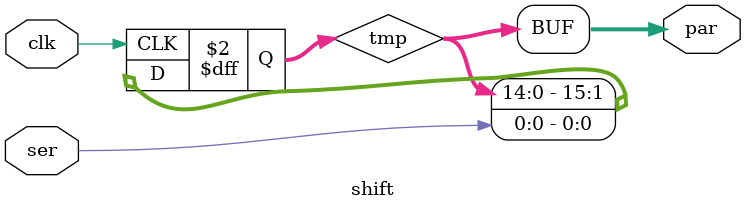
<source format=v>
module shift(clk, ser, par);
input clk, ser;
output [15:0] par;
reg [15:0] tmp;

assign par = tmp;

always @ (posedge clk)
begin
	tmp = {tmp[14:0], ser};
end
endmodule
</source>
